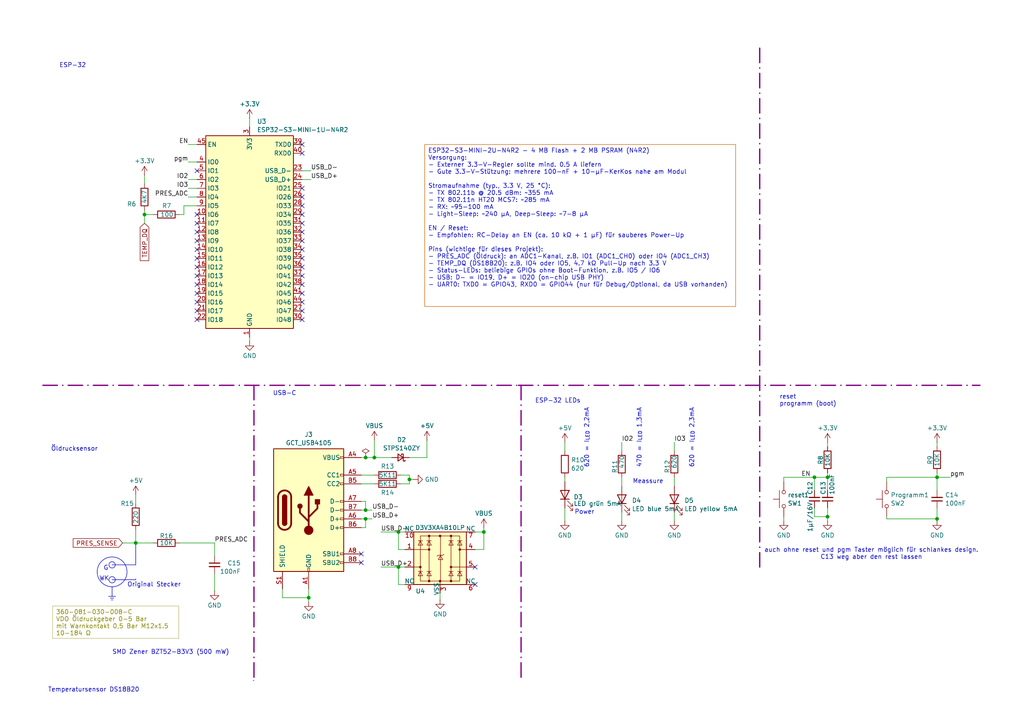
<source format=kicad_sch>
(kicad_sch (version 20250114) (generator "eeschema") (generator_version "9.0")
  (paper "A4")
  (title_block (title "BMW N57 Öldruck und Öltemperatur Anzeige") (date "2025-11-05") (rev "0.2") (comment 1 "ESP32 und Prog. Port"))
  (lib_symbols
    (symbol "Connector:USB_C_Receptacle_USB2.0" (pin_names (offset 1.016))
      (property "Reference" "J" (at -10.16 19.05 0))
      (property "Value" "USB_C_Receptacle_USB2.0" (at 19.05 19.05 0))
      (symbol "USB_C_Receptacle_USB2.0_0_0"
        (rectangle (start -0.254 -17.78) (end 0.254 -16.764))
        (rectangle (start 10.16 15.494) (end 9.144 14.986))
        (rectangle (start 10.16 10.414) (end 9.144 9.906))
        (rectangle (start 10.16 7.874) (end 9.144 7.366))
        (rectangle (start 10.16 2.794) (end 9.144 2.286))
        (rectangle (start 10.16 0.254) (end 9.144 -0.254))
        (rectangle (start 10.16 -2.286) (end 9.144 -2.794))
        (rectangle (start 10.16 -4.826) (end 9.144 -5.334))
        (rectangle (start 10.16 -12.446) (end 9.144 -12.954))
        (rectangle (start 10.16 -14.986) (end 9.144 -15.494))
      )
      (symbol "USB_C_Receptacle_USB2.0_0_1"
        (rectangle (start -10.16 17.78) (end 10.16 -17.78) (stroke (width 0.254)) (fill (type background)))
        (polyline (pts (xy -8.89 -3.81) (xy -8.89 3.81)) (stroke (width 0.508)))
        (rectangle (start -7.62 -3.81) (end -6.35 3.81) (stroke (width 0.254)) (fill (type outline)))
        (arc (start -7.62 3.81) (mid -6.985 4.4423) (end -6.35 3.81) (stroke (width 0.254)))
        (arc (start -7.62 3.81) (mid -6.985 4.4423) (end -6.35 3.81) (stroke (width 0.254)) (fill (type outline)))
        (arc (start -8.89 3.81) (mid -6.985 5.7067) (end -5.08 3.81) (stroke (width 0.508)))
        (arc (start -5.08 -3.81) (mid -6.985 -5.7067) (end -8.89 -3.81) (stroke (width 0.508)))
        (arc (start -6.35 -3.81) (mid -6.985 -4.4423) (end -7.62 -3.81) (stroke (width 0.254)))
        (arc (start -6.35 -3.81) (mid -6.985 -4.4423) (end -7.62 -3.81) (stroke (width 0.254)) (fill (type outline)))
        (polyline (pts (xy -5.08 3.81) (xy -5.08 -3.81)) (stroke (width 0.508)))
        (circle (center -2.54 1.143) (radius 0.635) (stroke (width 0.254)) (fill (type outline)))
        (polyline (pts (xy -1.27 4.318) (xy 0 6.858) (xy 1.27 4.318) (xy -1.27 4.318)) (stroke (width 0.254)) (fill (type outline)))
        (polyline (pts (xy 0 -2.032) (xy 2.54 0.508) (xy 2.54 1.778)) (stroke (width 0.508)))
        (polyline (pts (xy 0 -3.302) (xy -2.54 -0.762) (xy -2.54 0.508)) (stroke (width 0.508)))
        (polyline (pts (xy 0 -5.842) (xy 0 4.318)) (stroke (width 0.508)))
        (circle (center 0 -5.842) (radius 1.27) (fill (type outline)))
        (rectangle (start 1.905 1.778) (end 3.175 3.048) (stroke (width 0.254)) (fill (type outline)))
      )
      (symbol "USB_C_Receptacle_USB2.0_1_1"
        (pin passive line (at -7.62 -22.86 90) (length 5.08) (name "SHIELD") (number "S1"))
        (pin passive line (at 0 -22.86 90) (length 5.08) (name "GND") (number "A1"))
        (pin passive line (at 0 -22.86 90) (length 5.08) (hide yes) (name "GND") (number "A12"))
        (pin passive line (at 0 -22.86 90) (length 5.08) (hide yes) (name "GND") (number "B1"))
        (pin passive line (at 0 -22.86 90) (length 5.08) (hide yes) (name "GND") (number "B12"))
        (pin passive line (at 15.24 15.24 180) (length 5.08) (name "VBUS") (number "A4"))
        (pin passive line (at 15.24 15.24 180) (length 5.08) (hide yes) (name "VBUS") (number "A9"))
        (pin passive line (at 15.24 15.24 180) (length 5.08) (hide yes) (name "VBUS") (number "B4"))
        (pin passive line (at 15.24 15.24 180) (length 5.08) (hide yes) (name "VBUS") (number "B9"))
        (pin bidirectional line (at 15.24 10.16 180) (length 5.08) (name "CC1") (number "A5"))
        (pin bidirectional line (at 15.24 7.62 180) (length 5.08) (name "CC2") (number "B5"))
        (pin bidirectional line (at 15.24 2.54 180) (length 5.08) (name "D-") (number "A7"))
        (pin bidirectional line (at 15.24 0 180) (length 5.08) (name "D-") (number "B7"))
        (pin bidirectional line (at 15.24 -2.54 180) (length 5.08) (name "D+") (number "A6"))
        (pin bidirectional line (at 15.24 -5.08 180) (length 5.08) (name "D+") (number "B6"))
        (pin bidirectional line (at 15.24 -12.7 180) (length 5.08) (name "SBU1") (number "A8"))
        (pin bidirectional line (at 15.24 -15.24 180) (length 5.08) (name "SBU2") (number "B8"))
      )
    )
    (symbol "Device:C_Small" (pin_numbers (hide yes)) (pin_names (offset 0.254) (hide yes))
      (property "Reference" "C" (at 0.254 1.778 0))
      (property "Value" "C_Small" (at 0.254 -2.032 0))
      (symbol "C_Small_0_1"
        (polyline (pts (xy -1.524 0.508) (xy 1.524 0.508)) (stroke (width 0.3048)))
        (polyline (pts (xy -1.524 -0.508) (xy 1.524 -0.508)) (stroke (width 0.3302)))
      )
      (symbol "C_Small_1_1"
        (pin passive line (at 0 2.54 270) (length 2.032) (name "~") (number "1"))
        (pin passive line (at 0 -2.54 90) (length 2.032) (name "~") (number "2"))
      )
    )
    (symbol "Device:D_Schottky_Small" (pin_numbers (hide yes)) (pin_names (offset 0.254) (hide yes))
      (property "Reference" "D" (at -1.27 2.032 0))
      (property "Value" "D_Schottky_Small" (at -7.112 -2.032 0))
      (symbol "D_Schottky_Small_0_1"
        (polyline (pts (xy -1.27 0.762) (xy -1.27 1.016) (xy -0.762 1.016) (xy -0.762 -1.016) (xy -0.254 -1.016) (xy -0.254 -0.762)) (stroke (width 0.254)))
        (polyline (pts (xy -0.762 0) (xy 0.762 0)))
        (polyline (pts (xy 0.762 -1.016) (xy -0.762 0) (xy 0.762 1.016) (xy 0.762 -1.016)) (stroke (width 0.254)))
      )
      (symbol "D_Schottky_Small_1_1"
        (pin passive line (at -2.54 0 0) (length 1.778) (name "K") (number "1"))
        (pin passive line (at 2.54 0 180) (length 1.778) (name "A") (number "2"))
      )
    )
    (symbol "Device:LED" (pin_numbers (hide yes)) (pin_names (offset 1.016) (hide yes))
      (property "Reference" "D" (at 0 2.54 0))
      (property "Value" "LED" (at 0 -2.54 0))
      (symbol "LED_0_1"
        (polyline (pts (xy -3.048 -0.762) (xy -4.572 -2.286) (xy -3.81 -2.286) (xy -4.572 -2.286) (xy -4.572 -1.524)))
        (polyline (pts (xy -1.778 -0.762) (xy -3.302 -2.286) (xy -2.54 -2.286) (xy -3.302 -2.286) (xy -3.302 -1.524)))
        (polyline (pts (xy -1.27 0) (xy 1.27 0)))
        (polyline (pts (xy -1.27 -1.27) (xy -1.27 1.27)) (stroke (width 0.254)))
        (polyline (pts (xy 1.27 -1.27) (xy 1.27 1.27) (xy -1.27 0) (xy 1.27 -1.27)) (stroke (width 0.254)))
      )
      (symbol "LED_1_1"
        (pin passive line (at -3.81 0 0) (length 2.54) (name "K") (number "1"))
        (pin passive line (at 3.81 0 180) (length 2.54) (name "A") (number "2"))
      )
    )
    (symbol "Device:R" (pin_numbers (hide yes)) (pin_names (offset 0))
      (property "Reference" "R" (at 2.032 0 90))
      (property "Value" "R" (at 0 0 90))
      (symbol "R_0_1"
        (rectangle (start -1.016 -2.54) (end 1.016 2.54) (stroke (width 0.254)))
      )
      (symbol "R_1_1"
        (pin passive line (at 0 3.81 270) (length 1.27) (name "~") (number "1"))
        (pin passive line (at 0 -3.81 90) (length 1.27) (name "~") (number "2"))
      )
    )
    (symbol "LED_1" (pin_numbers (hide yes)) (pin_names (offset 1.016) (hide yes))
      (property "Reference" "D" (at 0 2.54 0))
      (property "Value" "LED" (at 0 -2.54 0))
      (symbol "LED_1_0_1"
        (polyline (pts (xy -3.048 -0.762) (xy -4.572 -2.286) (xy -3.81 -2.286) (xy -4.572 -2.286) (xy -4.572 -1.524)))
        (polyline (pts (xy -1.778 -0.762) (xy -3.302 -2.286) (xy -2.54 -2.286) (xy -3.302 -2.286) (xy -3.302 -1.524)))
        (polyline (pts (xy -1.27 0) (xy 1.27 0)))
        (polyline (pts (xy -1.27 -1.27) (xy -1.27 1.27)) (stroke (width 0.254)))
        (polyline (pts (xy 1.27 -1.27) (xy 1.27 1.27) (xy -1.27 0) (xy 1.27 -1.27)) (stroke (width 0.254)))
      )
      (symbol "LED_1_1_1"
        (pin passive line (at -3.81 0 0) (length 2.54) (name "K") (number "1"))
        (pin passive line (at 3.81 0 180) (length 2.54) (name "A") (number "2"))
      )
    )
    (symbol "LED_2" (pin_numbers (hide yes)) (pin_names (offset 1.016) (hide yes))
      (property "Reference" "D" (at 0 2.54 0))
      (property "Value" "LED" (at 0 -2.54 0))
      (symbol "LED_2_0_1"
        (polyline (pts (xy -3.048 -0.762) (xy -4.572 -2.286) (xy -3.81 -2.286) (xy -4.572 -2.286) (xy -4.572 -1.524)))
        (polyline (pts (xy -1.778 -0.762) (xy -3.302 -2.286) (xy -2.54 -2.286) (xy -3.302 -2.286) (xy -3.302 -1.524)))
        (polyline (pts (xy -1.27 0) (xy 1.27 0)))
        (polyline (pts (xy -1.27 -1.27) (xy -1.27 1.27)) (stroke (width 0.254)))
        (polyline (pts (xy 1.27 -1.27) (xy 1.27 1.27) (xy -1.27 0) (xy 1.27 -1.27)) (stroke (width 0.254)))
      )
      (symbol "LED_2_1_1"
        (pin passive line (at -3.81 0 0) (length 2.54) (name "K") (number "1"))
        (pin passive line (at 3.81 0 180) (length 2.54) (name "A") (number "2"))
      )
    )
    (symbol "Switch:SW_Push" (pin_numbers (hide yes)) (pin_names (offset 1.016) (hide yes))
      (property "Reference" "SW" (at 1.27 2.54 0))
      (property "Value" "SW_Push" (at 0 -1.524 0))
      (symbol "SW_Push_0_1"
        (circle (center -2.032 0) (radius 0.508))
        (polyline (pts (xy 0 1.27) (xy 0 3.048)))
        (circle (center 2.032 0) (radius 0.508))
        (polyline (pts (xy 2.54 1.27) (xy -2.54 1.27)))
        (pin passive line (at -5.08 0 0) (length 2.54) (name "1") (number "1"))
        (pin passive line (at 5.08 0 180) (length 2.54) (name "2") (number "2"))
      )
    )
    (symbol "myESP32:ESP32-S3-MINI-1U"
      (property "Reference" "U" (at -11.43 29.21 0))
      (property "Value" "ESP32-S3-MINI-1U" (at 12.7 29.21 0))
      (symbol "ESP32-S3-MINI-1U_0_1"
        (rectangle (start -12.7 27.94) (end 12.7 -27.94) (stroke (width 0.254)) (fill (type background)))
      )
      (symbol "ESP32-S3-MINI-1U_1_1"
        (pin input line (at -15.24 25.4 0) (length 2.54) (name "EN") (number "45"))
        (pin bidirectional line (at -15.24 20.32 0) (length 2.54) (name "IO0") (number "4"))
        (pin bidirectional line (at -15.24 17.78 0) (length 2.54) (name "IO1") (number "5"))
        (pin bidirectional line (at -15.24 15.24 0) (length 2.54) (name "IO2") (number "6"))
        (pin bidirectional line (at -15.24 12.7 0) (length 2.54) (name "IO3") (number "7"))
        (pin bidirectional line (at -15.24 10.16 0) (length 2.54) (name "IO4") (number "8"))
        (pin bidirectional line (at -15.24 7.62 0) (length 2.54) (name "IO5") (number "9"))
        (pin bidirectional line (at -15.24 5.08 0) (length 2.54) (name "IO6") (number "10"))
        (pin bidirectional line (at -15.24 2.54 0) (length 2.54) (name "IO7") (number "11"))
        (pin bidirectional line (at -15.24 0 0) (length 2.54) (name "IO8") (number "12"))
        (pin bidirectional line (at -15.24 -2.54 0) (length 2.54) (name "IO9") (number "13"))
        (pin bidirectional line (at -15.24 -5.08 0) (length 2.54) (name "IO10") (number "14"))
        (pin bidirectional line (at -15.24 -7.62 0) (length 2.54) (name "IO11") (number "15"))
        (pin bidirectional line (at -15.24 -10.16 0) (length 2.54) (name "IO12") (number "16"))
        (pin bidirectional line (at -15.24 -12.7 0) (length 2.54) (name "IO13") (number "17"))
        (pin bidirectional line (at -15.24 -15.24 0) (length 2.54) (name "IO14") (number "18"))
        (pin bidirectional line (at -15.24 -17.78 0) (length 2.54) (name "IO15") (number "19"))
        (pin bidirectional line (at -15.24 -20.32 0) (length 2.54) (name "IO16") (number "20"))
        (pin bidirectional line (at -15.24 -22.86 0) (length 2.54) (name "IO17") (number "21"))
        (pin bidirectional line (at -15.24 -25.4 0) (length 2.54) (name "IO18") (number "22"))
        (pin power_in line (at 0 30.48 270) (length 2.54) (name "3V3") (number "3"))
        (pin power_in line (at 0 -30.48 90) (length 2.54) (name "GND") (number "1"))
        (pin passive line (at 0 -30.48 90) (length 2.54) (hide yes) (name "GND") (number "2"))
        (pin passive line (at 0 -30.48 90) (length 2.54) (hide yes) (name "GND") (number "42"))
        (pin passive line (at 0 -30.48 90) (length 2.54) (hide yes) (name "GND") (number "43"))
        (pin passive line (at 0 -30.48 90) (length 2.54) (hide yes) (name "GND") (number "46"))
        (pin passive line (at 0 -30.48 90) (length 2.54) (hide yes) (name "GND") (number "47"))
        (pin passive line (at 0 -30.48 90) (length 2.54) (hide yes) (name "GND") (number "48"))
        (pin passive line (at 0 -30.48 90) (length 2.54) (hide yes) (name "GND") (number "49"))
        (pin passive line (at 0 -30.48 90) (length 2.54) (hide yes) (name "GND") (number "50"))
        (pin passive line (at 0 -30.48 90) (length 2.54) (hide yes) (name "GND") (number "51"))
        (pin passive line (at 0 -30.48 90) (length 2.54) (hide yes) (name "GND") (number "52"))
        (pin passive line (at 0 -30.48 90) (length 2.54) (hide yes) (name "GND") (number "53"))
        (pin passive line (at 0 -30.48 90) (length 2.54) (hide yes) (name "GND") (number "54"))
        (pin passive line (at 0 -30.48 90) (length 2.54) (hide yes) (name "GND") (number "55"))
        (pin passive line (at 0 -30.48 90) (length 2.54) (hide yes) (name "GND") (number "56"))
        (pin passive line (at 0 -30.48 90) (length 2.54) (hide yes) (name "GND") (number "57"))
        (pin passive line (at 0 -30.48 90) (length 2.54) (hide yes) (name "GND") (number "58"))
        (pin passive line (at 0 -30.48 90) (length 2.54) (hide yes) (name "GND") (number "59"))
        (pin passive line (at 0 -30.48 90) (length 2.54) (hide yes) (name "GND") (number "60"))
        (pin passive line (at 0 -30.48 90) (length 2.54) (hide yes) (name "GND") (number "61"))
        (pin passive line (at 0 -30.48 90) (length 2.54) (hide yes) (name "GND") (number "62"))
        (pin passive line (at 0 -30.48 90) (length 2.54) (hide yes) (name "GND") (number "63"))
        (pin passive line (at 0 -30.48 90) (length 2.54) (hide yes) (name "GND") (number "64"))
        (pin passive line (at 0 -30.48 90) (length 2.54) (hide yes) (name "GND") (number "65"))
        (pin output line (at 15.24 25.4 180) (length 2.54) (name "TXD0") (number "39"))
        (pin input line (at 15.24 22.86 180) (length 2.54) (name "RXD0") (number "40"))
        (pin bidirectional line (at 15.24 17.78 180) (length 2.54) (name "USB_D-") (number "23"))
        (pin bidirectional line (at 15.24 15.24 180) (length 2.54) (name "USB_D+") (number "24"))
        (pin bidirectional line (at 15.24 12.7 180) (length 2.54) (name "IO21") (number "25"))
        (pin bidirectional line (at 15.24 10.16 180) (length 2.54) (name "IO26") (number "26"))
        (pin bidirectional line (at 15.24 7.62 180) (length 2.54) (name "IO33") (number "28"))
        (pin bidirectional line (at 15.24 5.08 180) (length 2.54) (name "IO34") (number "29"))
        (pin bidirectional line (at 15.24 2.54 180) (length 2.54) (name "IO35") (number "31"))
        (pin bidirectional line (at 15.24 0 180) (length 2.54) (name "IO36") (number "32"))
        (pin bidirectional line (at 15.24 -2.54 180) (length 2.54) (name "IO37") (number "33"))
        (pin bidirectional line (at 15.24 -5.08 180) (length 2.54) (name "IO38") (number "34"))
        (pin bidirectional line (at 15.24 -7.62 180) (length 2.54) (name "IO39") (number "35"))
        (pin bidirectional line (at 15.24 -10.16 180) (length 2.54) (name "IO40") (number "36"))
        (pin bidirectional line (at 15.24 -12.7 180) (length 2.54) (name "IO41") (number "37"))
        (pin bidirectional line (at 15.24 -15.24 180) (length 2.54) (name "IO42") (number "38"))
        (pin bidirectional line (at 15.24 -17.78 180) (length 2.54) (name "IO45") (number "41"))
        (pin bidirectional line (at 15.24 -20.32 180) (length 2.54) (name "IO46") (number "44"))
        (pin bidirectional line (at 15.24 -22.86 180) (length 2.54) (name "IO47") (number "27"))
        (pin bidirectional line (at 15.24 -25.4 180) (length 2.54) (name "IO48") (number "30"))
      )
    )
    (symbol "myInterface_USB:D3V3XA4B10LP" (pin_names (offset 0))
      (property "Reference" "U" (at -0.635 8.89 0))
      (property "Value" "D3V3XA4B10LP" (at 8.89 -10.16 0))
      (symbol "D3V3XA4B10LP_0_0"
        (rectangle (start -5.715 6.477) (end 5.715 -6.604))
        (polyline (pts (xy -3.175 -6.604) (xy -3.175 6.477)))
        (polyline (pts (xy 0.127 6.477) (xy 0.127 -6.604)))
        (polyline (pts (xy 3.175 6.477) (xy 3.175 -6.604)))
      )
      (symbol "D3V3XA4B10LP_0_1"
        (polyline (pts (xy -7.747 2.54) (xy -3.175 2.54)))
        (rectangle (start -7.62 7.62) (end 7.62 -7.62) (stroke (width 0.254)) (fill (type background)))
        (polyline (pts (xy -7.62 -2.54) (xy -5.715 -2.54)))
        (circle (center -5.715 -2.54) (radius 0.2794) (fill (type outline)))
        (polyline (pts (xy -5.08 5.08) (xy -6.35 5.08)))
        (polyline (pts (xy -5.08 3.81) (xy -6.35 3.81) (xy -5.715 5.08) (xy -5.08 3.81)))
        (polyline (pts (xy -5.08 -3.81) (xy -6.35 -3.81)))
        (polyline (pts (xy -5.08 -5.08) (xy -6.35 -5.08) (xy -5.715 -3.81) (xy -5.08 -5.08)))
        (circle (center -3.175 6.477) (radius 0.2794) (fill (type outline)))
        (circle (center -3.175 2.54) (radius 0.2794) (fill (type outline)))
        (circle (center -3.175 -6.604) (radius 0.2794) (fill (type outline)))
        (polyline (pts (xy -2.54 5.08) (xy -3.81 5.08)))
        (polyline (pts (xy -2.54 3.81) (xy -3.81 3.81) (xy -3.175 5.08) (xy -2.54 3.81)))
        (polyline (pts (xy -2.54 -3.81) (xy -3.81 -3.81)))
        (polyline (pts (xy -2.54 -5.08) (xy -3.81 -5.08) (xy -3.175 -3.81) (xy -2.54 -5.08)))
        (polyline (pts (xy -0.508 0.889) (xy -0.889 0.635)))
        (circle (center 0 6.477) (radius 0.2794) (fill (type outline)))
        (polyline (pts (xy 0 -6.604) (xy 0 -7.62)))
        (circle (center 0 -6.604) (radius 0.2794) (fill (type outline)))
        (polyline (pts (xy 0.762 0.889) (xy -0.508 0.889)))
        (polyline (pts (xy 0.762 0.889) (xy 1.143 1.143)))
        (polyline (pts (xy 0.762 -0.381) (xy -0.508 -0.381) (xy 0.127 0.889) (xy 0.762 -0.381)))
        (circle (center 3.175 6.477) (radius 0.2794) (fill (type outline)))
        (circle (center 3.175 -2.54) (radius 0.2794) (fill (type outline)))
        (circle (center 3.175 -6.604) (radius 0.2794) (fill (type outline)))
        (polyline (pts (xy 3.81 5.08) (xy 2.54 5.08)))
        (polyline (pts (xy 3.81 3.81) (xy 2.54 3.81) (xy 3.175 5.08) (xy 3.81 3.81)))
        (polyline (pts (xy 3.81 -3.81) (xy 2.54 -3.81)))
        (polyline (pts (xy 3.81 -5.08) (xy 2.54 -5.08) (xy 3.175 -3.81) (xy 3.81 -5.08)))
        (circle (center 5.715 2.54) (radius 0.2794) (fill (type outline)))
        (polyline (pts (xy 6.35 5.08) (xy 5.08 5.08)))
        (polyline (pts (xy 6.35 3.81) (xy 5.08 3.81) (xy 5.715 5.08) (xy 6.35 3.81)))
        (polyline (pts (xy 6.35 -3.81) (xy 5.08 -3.81)))
        (polyline (pts (xy 6.35 -5.08) (xy 5.08 -5.08) (xy 5.715 -3.81) (xy 6.35 -5.08)))
        (polyline (pts (xy 7.62 2.54) (xy 5.715 2.54)))
        (polyline (pts (xy 7.62 -2.54) (xy 3.175 -2.54)))
      )
      (symbol "D3V3XA4B10LP_1_1"
        (pin free line (at -10.16 7.62 0) (length 2.54) (name "NC") (number "10"))
        (pin passive line (at -10.16 2.54 0) (length 2.54) (name "~") (number "1"))
        (pin passive line (at -10.16 -2.54 0) (length 2.54) (name "~") (number "2"))
        (pin free line (at -10.16 -7.62 0) (length 2.54) (name "NC") (number "9"))
        (pin power_in line (at 0 -10.16 90) (length 2.54) (name "VSS") (number "3"))
        (pin passive line (at 0 -12.7 90) (length 5.08) (hide yes) (name "VSS") (number "8"))
        (pin free line (at 10.16 7.62 180) (length 2.54) (name "NC") (number "7"))
        (pin passive line (at 10.16 2.54 180) (length 2.54) (name "~") (number "4"))
        (pin passive line (at 10.16 -2.54 180) (length 2.54) (name "~") (number "5"))
        (pin free line (at 10.16 -7.62 180) (length 2.54) (name "NC") (number "6"))
      )
    )
    (symbol "power:+3.3V" (power) (pin_numbers (hide yes)) (pin_names (offset 0) (hide yes))
      (property "Value" "+3.3V" (at 0 3.556 0))
      (symbol "+3.3V_0_1"
        (polyline (pts (xy -0.762 1.27) (xy 0 2.54)))
        (polyline (pts (xy 0 2.54) (xy 0.762 1.27)))
        (polyline (pts (xy 0 0) (xy 0 2.54)))
      )
      (symbol "+3.3V_1_1"
        (pin power_in line (at 0 0 90) (length 0) (name "~") (number "1"))
      )
    )
    (symbol "power:+5V" (power) (pin_numbers (hide yes)) (pin_names (offset 0) (hide yes))
      (property "Value" "+5V" (at 0 3.556 0))
      (symbol "+5V_0_1"
        (polyline (pts (xy -0.762 1.27) (xy 0 2.54)))
        (polyline (pts (xy 0 2.54) (xy 0.762 1.27)))
        (polyline (pts (xy 0 0) (xy 0 2.54)))
      )
      (symbol "+5V_1_1"
        (pin power_in line (at 0 0 90) (length 0) (name "~") (number "1"))
      )
    )
    (symbol "power:GND" (power) (pin_numbers (hide yes)) (pin_names (offset 0) (hide yes))
      (property "Value" "GND" (at 0 -3.81 0))
      (symbol "GND_0_1"
        (polyline (pts (xy 0 0) (xy 0 -1.27) (xy 1.27 -1.27) (xy 0 -2.54) (xy -1.27 -1.27) (xy 0 -1.27)))
      )
      (symbol "GND_1_1"
        (pin power_in line (at 0 0 270) (length 0) (name "~") (number "1"))
      )
    )
    (symbol "power:PWR_FLAG" (power) (pin_numbers (hide yes)) (pin_names (offset 0) (hide yes))
      (property "Value" "PWR_FLAG" (at 0 3.81 0))
      (symbol "PWR_FLAG_0_0"
        (pin power_out line (at 0 0 90) (length 0) (name "pwr") (number "1"))
      )
      (symbol "PWR_FLAG_0_1"
        (polyline (pts (xy 0 0) (xy 0 1.27) (xy -1.016 1.905) (xy 0 2.54) (xy 1.016 1.905) (xy 0 1.27)))
      )
    )
    (symbol "power:VBUS" (power) (pin_names (offset 0))
      (property "Value" "VBUS" (at 0 3.81 0))
      (symbol "VBUS_0_1"
        (polyline (pts (xy -0.762 1.27) (xy 0 2.54)))
        (polyline (pts (xy 0 2.54) (xy 0.762 1.27)))
        (polyline (pts (xy 0 0) (xy 0 2.54)))
      )
      (symbol "VBUS_1_1"
        (pin power_in line (at 0 0 90) (length 0) (hide yes) (name "VBUS") (number "1"))
      )
    )
  )
  (circle (center 32.512 163.83) (radius 0.9158))
  (circle (center 32.512 168.148) (radius 0.9158))
  (circle (center 32.512 165.862) (radius 4.3255))
  (text "auch ohne reset und pgm Taster möglich für schlankes design.\nC13 weg aber den rest lassen" (at 252.73 160.655 0) (effects (font (size 1.27 1.27))))
  (text "Meassure\n" (at 187.96 139.7 0) (effects (font (size 1.27 1.27))))
  (text "Temperatursensor DS18B20" (at 27.178 200.152 0) (effects (font (size 1.27 1.27))))
  (text "reset\nprogramm (boot)" (at 226.06 116.205 0) (effects (font (size 1.27 1.27)) (justify left)))
  (text "ESP-32" (at 21.082 19.05 0) (effects (font (size 1.27 1.27))))
  (text "620 = I_{LED} 2,2mA" (at 170.18 127 90) (effects (font (size 1.27 1.27))))
  (text "WK" (at 30.226 167.894 0) (effects (font (size 1.27 1.27))))
  (text "Power\n" (at 169.545 148.59 0) (effects (font (size 1.27 1.27))))
  (text "ESP-32 LEDs" (at 161.798 116.332 0) (effects (font (size 1.27 1.27))))
  (text "620 = I_{LED} 2,3mA" (at 200.66 127 90) (effects (font (size 1.27 1.27))))
  (text "SMD Zener BZT52-B3V3 (500 mW)" (at 49.53 189.23 0) (effects (font (size 1.27 1.27))))
  (text "Original Stecker" (at 44.704 169.672 0) (effects (font (size 1.27 1.27))))
  (text "" (at 203.2 139.7 0) (effects (font (size 1.27 1.27))))
  (text "G" (at 30.734 164.846 0) (effects (font (size 1.27 1.27))))
  (text "Öldrucksensor\n" (at 21.59 130.302 0) (effects (font (size 1.27 1.27))))
  (text "470 = I_{LED} 1,3mA" (at 185.42 127 90) (effects (font (size 1.27 1.27))))
  (text "USB-C\n" (at 82.55 114.173 0) (effects (font (size 1.27 1.27))))
  (text_box "ESP32-S3-MINI-2U-N4R2 - 4 MB Flash + 2 MB PSRAM (N4R2)\nVersorgung:\n- Externer 3.3-V-Regler sollte mind. 0.5 A liefern\n- Gute 3.3-V-Stützung: mehrere 100-nF + 10-µF-KerKos nahe am Modul\n\nStromaufnahme (typ., 3.3 V, 25 °C):\n- TX 802.11b @ 20.5 dBm: ~355 mA\n- TX 802.11n HT20 MCS7: ~285 mA\n- RX: ~95-100 mA\n- Light-Sleep: ~240 µA, Deep-Sleep: ~7-8 µA\n\nEN / Reset:\n- Empfohlen: RC-Delay an EN (ca. 10 kΩ + 1 µF) für sauberes Power-Up\n\nPins (wichtige für dieses Projekt):\n- PRES_ADC (Öldruck): an ADC1-Kanal, z.B. IO1 (ADC1_CH0) oder IO4 (ADC1_CH3)\n- TEMP_DQ (DS18B20): z.B. IO4 oder IO5, 4.7 kΩ Pull-Up nach 3.3 V\n- Status-LEDs: beliebige GPIOs ohne Boot-Funktion, z.B. IO5 / IO6\n- USB: D- = IO19, D+ = IO20 (on-chip USB PHY)\n- UART0: TXD0 = GPIO43, RXD0 = GPIO44 (nur für Debug/Optional, da USB vorhanden)" (at 123.19 41.91 0) (size 90.17 46.99) (margins 0.9525 0.9525 0.9525 0.9525) (stroke (width 0.1524) (color 204 102 0 1)) (effects (font (size 1.27 1.27)) (justify left top)))
  (text_box "360-081-030-008-C \nVDO Öldruckgeber 0-5 Bar \nmit Warnkontakt 0,5 Bar M12x1.5\n10-184 Ω" (at 15.24 175.768 0) (size 36.576 9.398) (margins 0.9525 0.9525 0.9525 0.9525) (stroke (width 0.0762) (color 132 132 0 1)) (effects (font (size 1.27 1.27)) (justify left top)))
  (junction (at 118.745 139.065))
  (junction (at 236.22 138.43))
  (junction (at 39.37 157.48))
  (junction (at 108.585 132.715))
  (junction (at 106.045 150.495))
  (junction (at 106.045 132.715))
  (junction (at 89.535 173.355))
  (junction (at 41.91 62.23))
  (junction (at 140.335 154.305))
  (junction (at 115.57 164.465))
  (junction (at 240.03 149.86))
  (junction (at 240.03 138.43))
  (junction (at 271.78 150.495))
  (junction (at 115.57 154.305))
  (junction (at 271.78 138.43))
  (junction (at 106.045 147.955))
  (no_connect (at 87.63 74.93))
  (no_connect (at 104.775 163.195))
  (no_connect (at 57.15 87.63))
  (no_connect (at 57.15 67.31))
  (no_connect (at 87.63 82.55))
  (no_connect (at 87.63 87.63))
  (no_connect (at 87.63 77.47))
  (no_connect (at 87.63 64.77))
  (no_connect (at 87.63 90.17))
  (no_connect (at 57.15 90.17))
  (no_connect (at 137.795 164.465))
  (no_connect (at 57.15 80.01))
  (no_connect (at 57.15 92.71))
  (no_connect (at 87.63 62.23))
  (no_connect (at 57.15 82.55))
  (no_connect (at 104.775 160.655))
  (no_connect (at 57.15 62.23))
  (no_connect (at 57.15 49.53))
  (no_connect (at 87.63 69.85))
  (no_connect (at 57.15 74.93))
  (no_connect (at 87.63 72.39))
  (no_connect (at 87.63 85.09))
  (no_connect (at 87.63 41.91))
  (no_connect (at 87.63 59.69))
  (no_connect (at 87.63 80.01))
  (no_connect (at 87.63 54.61))
  (no_connect (at 87.63 92.71))
  (no_connect (at 57.15 69.85))
  (no_connect (at 57.15 64.77))
  (no_connect (at 137.795 169.545))
  (no_connect (at 87.63 57.15))
  (no_connect (at 57.15 77.47))
  (no_connect (at 87.63 44.45))
  (no_connect (at 57.15 72.39))
  (no_connect (at 57.15 85.09))
  (no_connect (at 87.63 67.31))
  (wire (pts (xy 236.22 149.86) (xy 240.03 149.86)))
  (wire (pts (xy 106.045 132.715) (xy 108.585 132.715)))
  (wire (pts (xy 118.745 137.795) (xy 118.745 139.065)))
  (wire (pts (xy 240.03 128.27) (xy 240.03 129.54)))
  (wire (pts (xy 62.23 166.37) (xy 62.23 171.45)))
  (wire (pts (xy 163.83 139.7) (xy 163.83 138.43)))
  (wire (pts (xy 195.58 148.59) (xy 195.58 151.13)))
  (wire (pts (xy 115.57 154.305) (xy 115.57 159.385)))
  (wire (pts (xy 240.03 147.32) (xy 240.03 149.86)))
  (wire (pts (xy 227.33 139.7) (xy 227.33 138.43)))
  (wire (pts (xy 123.825 127.635) (xy 123.825 132.715)))
  (wire (pts (xy 106.045 153.035) (xy 104.775 153.035)))
  (polyline (pts (xy 39.37 167.894) (xy 39.37 168.148)))
  (wire (pts (xy 104.775 145.415) (xy 106.045 145.415)))
  (wire (pts (xy 104.775 147.955) (xy 106.045 147.955)))
  (wire (pts (xy 52.07 157.48) (xy 62.23 157.48)))
  (wire (pts (xy 227.33 138.43) (xy 236.22 138.43)))
  (wire (pts (xy 257.175 138.43) (xy 271.78 138.43)))
  (wire (pts (xy 81.915 170.815) (xy 81.915 173.355)))
  (wire (pts (xy 240.03 138.43) (xy 240.03 142.24)))
  (wire (pts (xy 106.045 145.415) (xy 106.045 147.955)))
  (wire (pts (xy 106.045 147.955) (xy 107.95 147.955)))
  (wire (pts (xy 195.58 128.27) (xy 195.58 130.81)))
  (wire (pts (xy 115.57 164.465) (xy 115.57 169.545)))
  (polyline (pts (xy 32.512 170.18) (xy 32.512 172.466)))
  (wire (pts (xy 116.205 137.795) (xy 118.745 137.795)))
  (wire (pts (xy 115.57 154.305) (xy 117.475 154.305)))
  (polyline (pts (xy 32.512 163.83) (xy 39.37 163.83)))
  (wire (pts (xy 257.175 150.495) (xy 271.78 150.495)))
  (wire (pts (xy 62.23 161.29) (xy 62.23 157.48)))
  (wire (pts (xy 115.57 164.465) (xy 117.475 164.465)))
  (polyline (pts (xy 32.004 173.482) (xy 33.02 173.482)))
  (polyline (pts (xy 32.258 173.99) (xy 32.766 173.99)))
  (wire (pts (xy 104.775 140.335) (xy 108.585 140.335)))
  (wire (pts (xy 41.91 50.8) (xy 41.91 53.34)))
  (wire (pts (xy 163.83 128.27) (xy 163.83 130.81)))
  (wire (pts (xy 41.91 62.23) (xy 44.45 62.23)))
  (wire (pts (xy 180.34 138.43) (xy 180.34 140.97)))
  (wire (pts (xy 53.34 62.23) (xy 53.34 59.69)))
  (wire (pts (xy 236.22 138.43) (xy 236.22 142.24)))
  (wire (pts (xy 115.57 159.385) (xy 117.475 159.385)))
  (wire (pts (xy 81.915 173.355) (xy 89.535 173.355)))
  (wire (pts (xy 104.775 132.715) (xy 106.045 132.715)))
  (polyline (pts (xy 39.37 157.734) (xy 39.37 163.83)))
  (wire (pts (xy 271.78 150.495) (xy 271.78 151.13)))
  (wire (pts (xy 104.775 150.495) (xy 106.045 150.495)))
  (wire (pts (xy 140.335 153.035) (xy 140.335 154.305)))
  (wire (pts (xy 110.49 154.305) (xy 115.57 154.305)))
  (wire (pts (xy 52.07 62.23) (xy 53.34 62.23)))
  (wire (pts (xy 137.795 154.305) (xy 140.335 154.305)))
  (wire (pts (xy 271.78 128.27) (xy 271.78 129.54)))
  (wire (pts (xy 271.78 147.32) (xy 271.78 150.495)))
  (wire (pts (xy 227.33 149.86) (xy 227.33 151.13)))
  (polyline (pts (xy 32.512 172.466) (xy 32.512 172.974)))
  (wire (pts (xy 53.34 59.69) (xy 57.15 59.69)))
  (wire (pts (xy 116.205 140.335) (xy 118.745 140.335)))
  (wire (pts (xy 110.49 164.465) (xy 115.57 164.465)))
  (wire (pts (xy 108.585 132.715) (xy 113.665 132.715)))
  (polyline (pts (xy 31.496 172.974) (xy 33.528 172.974)))
  (wire (pts (xy 41.91 64.77) (xy 41.91 62.23)))
  (wire (pts (xy 57.15 41.91) (xy 54.61 41.91)))
  (polyline (pts (xy 151.13 111.76) (xy 151.13 196.85)) (stroke (width 0.381) (type dash_dot) (color 132 0 132 1)))
  (wire (pts (xy 39.37 143.51) (xy 39.37 146.05)))
  (wire (pts (xy 271.78 138.43) (xy 275.59 138.43)))
  (wire (pts (xy 54.61 57.15) (xy 57.15 57.15)))
  (wire (pts (xy 180.34 148.59) (xy 180.34 151.13)))
  (wire (pts (xy 90.17 52.07) (xy 87.63 52.07)))
  (wire (pts (xy 240.03 137.16) (xy 240.03 138.43)))
  (wire (pts (xy 271.78 137.16) (xy 271.78 138.43)))
  (wire (pts (xy 89.535 170.815) (xy 89.535 173.355)))
  (wire (pts (xy 140.335 159.385) (xy 137.795 159.385)))
  (wire (pts (xy 39.37 153.67) (xy 39.37 157.48)))
  (wire (pts (xy 106.045 150.495) (xy 106.045 153.035)))
  (wire (pts (xy 54.61 46.99) (xy 57.15 46.99)))
  (wire (pts (xy 106.045 150.495) (xy 107.95 150.495)))
  (wire (pts (xy 54.61 52.07) (xy 57.15 52.07)))
  (wire (pts (xy 236.22 147.32) (xy 236.22 149.86)))
  (wire (pts (xy 240.03 149.86) (xy 240.03 151.13)))
  (wire (pts (xy 257.175 149.86) (xy 257.175 150.495)))
  (wire (pts (xy 118.745 139.065) (xy 120.015 139.065)))
  (wire (pts (xy 35.56 157.48) (xy 39.37 157.48)))
  (polyline (pts (xy 220.345 13.97) (xy 220.345 165.1)) (stroke (width 0.381) (type dash_dot) (color 132 0 132 1)))
  (polyline (pts (xy 150.368 111.76) (xy 284.226 111.76)) (stroke (width 0.381) (type dash_dot) (color 132 0 132 1)))
  (wire (pts (xy 163.83 147.32) (xy 163.83 151.13)))
  (wire (pts (xy 90.17 49.53) (xy 87.63 49.53)))
  (polyline (pts (xy 32.512 168.148) (xy 39.37 168.148)))
  (wire (pts (xy 195.58 138.43) (xy 195.58 140.97)))
  (wire (pts (xy 236.22 138.43) (xy 240.03 138.43)))
  (wire (pts (xy 54.61 54.61) (xy 57.15 54.61)))
  (polyline (pts (xy 73.406 197.358) (xy 73.66 197.358)))
  (wire (pts (xy 89.535 173.355) (xy 89.535 174.625)))
  (wire (pts (xy 115.57 169.545) (xy 117.475 169.545)))
  (wire (pts (xy 72.39 34.29) (xy 72.39 36.83)))
  (wire (pts (xy 39.37 157.48) (xy 44.45 157.48)))
  (wire (pts (xy 180.34 128.27) (xy 180.34 130.81)))
  (wire (pts (xy 108.585 127.635) (xy 108.585 132.715)))
  (polyline (pts (xy 73.66 111.76) (xy 73.66 196.85)) (stroke (width 0.381) (type dash_dot) (color 132 0 132 1)))
  (wire (pts (xy 257.175 138.43) (xy 257.175 139.7)))
  (wire (pts (xy 140.335 154.305) (xy 140.335 159.385)))
  (polyline (pts (xy 12.446 111.76) (xy 149.86 111.76)) (stroke (width 0.381) (type dash_dot) (color 132 0 132 1)))
  (wire (pts (xy 118.745 140.335) (xy 118.745 139.065)))
  (wire (pts (xy 271.78 138.43) (xy 271.78 142.24)))
  (wire (pts (xy 118.745 132.715) (xy 123.825 132.715)))
  (wire (pts (xy 41.91 60.96) (xy 41.91 62.23)))
  (wire (pts (xy 72.39 97.79) (xy 72.39 99.06)))
  (wire (pts (xy 127.635 172.085) (xy 127.635 173.99)))
  (wire (pts (xy 104.775 137.795) (xy 108.585 137.795)))
  (label "USB_D-" (at 90.17 49.53 0))
  (label "IO3" (at 54.61 54.61 180))
  (label "IO3" (at 195.58 128.27 0))
  (label "USB_D+" (at 90.17 52.07 0))
  (label "PRES_ADC" (at 54.61 57.15 180))
  (label "USB_D+" (at 107.95 150.495 0))
  (label "IO2" (at 54.61 52.07 180))
  (label "IO2" (at 180.34 128.27 0))
  (label "USB_D-" (at 110.49 154.305 0))
  (label "USB_D-" (at 107.95 147.955 0))
  (label "pgm" (at 54.61 46.99 180))
  (label "EN" (at 232.41 138.43 0))
  (label "EN" (at 54.61 41.91 180))
  (label "pgm" (at 275.59 138.43 0))
  (label "PRES_ADC" (at 62.23 157.48 0))
  (label "USB_D+" (at 110.49 164.465 0))
  (global_label "PRES_SENSE" (shape input) (at 35.56 157.48 180) (property "Intersheetrefs" "${INTERSHEET_REFS}" (effects (hide yes))))
  (global_label "TEMP_DQ" (shape input) (at 41.91 64.77 270) (property "Intersheetrefs" "${INTERSHEET_REFS}" (effects (hide yes))))
  (symbol (lib_id "power:GND") (at 271.78 151.13 0) (unit 1)
    (property "Reference" "#PWR035" (effects (hide yes)))
    (property "Value" "GND" (at 271.78 155.2631 0))
    (property "Description" "Power symbol creates a global label with name \"GND\" , ground" (effects (hide yes)))
  )
  (symbol (lib_id "power:GND") (at 163.83 151.13 0) (unit 1)
    (property "Reference" "#PWR030" (effects (hide yes)))
    (property "Value" "GND" (at 163.83 155.2631 0))
  )
  (symbol (lib_id "power:GND") (at 120.015 139.065 90) (mirror x) (unit 1)
    (property "Reference" "#PWR028" (effects (hide yes)))
    (property "Value" "GND" (at 123.19 139.065 90) (effects (justify right)))
  )
  (symbol (lib_id "Device:R") (at 195.58 134.62 0) (unit 1)
    (property "Reference" "R12" (at 193.548 133.35 90) (effects (justify right)))
    (property "Value" "620" (at 195.58 132.08 90) (effects (justify right)))
    (property "Footprint" "Resistor_SMD:R_0603_1608Metric" (effects (hide yes)))
    (property "Description" "Resistor" (effects (hide yes)))
    (property "LCSC" "C137695" (effects (hide yes)))
    (property "my_parts_ID" "220" (effects (hide yes)))
  )
  (symbol (lib_id "Device:R") (at 271.78 133.35 0) (unit 1)
    (property "Reference" "R9" (at 269.748 132.08 90) (effects (justify right)))
    (property "Value" "10K" (at 271.78 131.445 90) (effects (justify right)))
    (property "Footprint" "Resistor_SMD:R_0603_1608Metric" (effects (hide yes)))
    (property "Description" "Resistor" (effects (hide yes)))
    (property "LCSC" "C98220" (effects (hide yes)))
    (property "my_parts_ID" "236" (effects (hide yes)))
  )
  (symbol (lib_id "power:VBUS") (at 108.585 127.635 0) (unit 1)
    (property "Reference" "#PWR023" (effects (hide yes)))
    (property "Value" "VBUS" (at 108.585 123.5019 0))
  )
  (symbol (lib_id "Device:R") (at 240.03 133.35 0) (unit 1)
    (property "Reference" "R8" (at 237.998 132.08 90) (effects (justify right)))
    (property "Value" "10K" (at 240.03 131.445 90) (effects (justify right)))
    (property "Footprint" "Resistor_SMD:R_0603_1608Metric" (effects (hide yes)))
    (property "Description" "Resistor" (effects (hide yes)))
    (property "LCSC" "C98220" (effects (hide yes)))
    (property "my_parts_ID" "236" (effects (hide yes)))
  )
  (symbol (lib_id "power:+5V") (at 163.83 128.27 0) (unit 1)
    (property "Reference" "#PWR025" (effects (hide yes)))
    (property "Value" "+5V" (at 163.83 124.1369 0))
    (property "Description" "Power symbol creates a global label with name \"+5V\"" (effects (hide yes)))
  )
  (symbol (lib_id "power:VBUS") (at 140.335 153.035 0) (unit 1)
    (property "Reference" "#PWR036" (effects (hide yes)))
    (property "Value" "VBUS" (at 140.335 148.9019 0))
  )
  (symbol (lib_id "Switch:SW_Push") (at 257.175 144.78 90) (unit 1)
    (property "Reference" "Programm1" (at 258.318 143.5678 90) (effects (justify right)))
    (property "Value" "SW2" (at 258.318 145.9921 90) (effects (justify right)))
    (property "Footprint" "myFoodprints:SW_Push_1P1T_NO_Vertical_Wuerth_434133025816" (effects (hide yes)))
    (property "Description" "SWITCH TACTILE SPST-NO 0.05A 12V" (effects (hide yes)))
    (property "Part Number" "RKB2SJK250SMTR" (effects (hide yes)))
    (property "LCSC" "C2927789" (effects (hide yes)))
    (property "my_parts_ID" "272" (effects (hide yes)))
  )
  (symbol (lib_id "Switch:SW_Push") (at 227.33 144.78 90) (unit 1)
    (property "Reference" "reset1" (at 228.473 143.5678 90) (effects (justify right)))
    (property "Value" "SW1" (at 228.473 145.9921 90) (effects (justify right)))
    (property "Footprint" "myFoodprints:SW_Push_1P1T_NO_Vertical_Wuerth_434133025816" (effects (hide yes)))
    (property "Description" "SWITCH TACTILE SPST-NO 0.05A 12V" (effects (hide yes)))
    (property "Part Number" "RKB2SJK250SMTR" (effects (hide yes)))
    (property "LCSC" "C2927789" (effects (hide yes)))
    (property "my_parts_ID" "272" (effects (hide yes)))
  )
  (symbol (lib_id "myInterface_USB:D3V3XA4B10LP") (at 127.635 161.925 0) (unit 1)
    (property "Reference" "U4" (at 121.92 171.45 0))
    (property "Value" "D3V3XA4B10LP" (at 127.635 153.035 0))
    (property "Footprint" "Package_DFN_QFN:Diodes_UDFN-10_1.0x2.5mm_P0.5mm" (effects (hide yes)))
    (property "Datasheet" "https://www.diodes.com/assets/Datasheets/D3V3XA4B10LP.pdf" (effects (hide yes)))
    (property "Description" "4-Channel Low Capacitance TVS Diode Array, DFN-10" (effects (hide yes)))
    (property "LCSC" "C1980462" (effects (hide yes)))
    (property "Part Number" "D3V3XA4B10LP-7" (effects (hide yes)))
    (property "my_parts_ID" "299" (effects (hide yes)))
  )
  (symbol (lib_id "Device:LED") (at 195.58 144.78 90) (unit 1)
    (property "Reference" "D5" (at 198.501 145.1553 90) (effects (justify right)))
    (property "Value" "LED yellow 5mA" (at 198.501 147.5796 90) (effects (justify right)))
    (property "Footprint" "LED_SMD:LED_0603_1608Metric" (effects (hide yes)))
    (property "Description" "Light emitting diode" (effects (hide yes)))
    (property "LCSC" "C160477" (effects (hide yes)))
    (property "my_parts_ID" "183" (effects (hide yes)))
  )
  (symbol (lib_id "power:GND") (at 62.23 171.45 0) (unit 1)
    (property "Reference" "#PWR037" (effects (hide yes)))
    (property "Value" "GND" (at 62.23 175.5831 0))
    (property "Description" "Power symbol creates a global label with name \"GND\" , ground" (effects (hide yes)))
  )
  (symbol (lib_id "power:GND") (at 72.39 99.06 0) (unit 1)
    (property "Reference" "#PWR022" (effects (hide yes)))
    (property "Value" "GND" (at 72.39 103.1931 0))
    (property "Description" "Power symbol creates a global label with name \"GND\" , ground" (effects (hide yes)))
  )
  (symbol (lib_name "LED_2") (lib_id "Device:LED") (at 180.34 144.78 90) (unit 1)
    (property "Reference" "D4" (at 183.261 145.1553 90) (effects (justify right)))
    (property "Value" "LED blue 5mA" (at 183.261 147.5796 90) (effects (justify right)))
    (property "Footprint" "LED_SMD:LED_0603_1608Metric" (effects (hide yes)))
    (property "Description" "Light emitting diode" (effects (hide yes)))
    (property "LCSC" "C125103" (effects (hide yes)))
    (property "my_parts_ID" "182" (effects (hide yes)))
  )
  (symbol (lib_id "power:+5V") (at 39.37 143.51 0) (unit 1)
    (property "Reference" "#PWR029" (effects (hide yes)))
    (property "Value" "+5V" (at 39.37 139.3769 0))
    (property "Description" "Power symbol creates a global label with name \"+5V\"" (effects (hide yes)))
  )
  (symbol (lib_id "Device:R") (at 163.83 134.62 0) (unit 1)
    (property "Reference" "R10" (at 165.608 133.4079 0) (effects (justify left)))
    (property "Value" "620" (at 165.608 135.8321 0) (effects (justify left)))
    (property "Footprint" "Resistor_SMD:R_0603_1608Metric" (effects (hide yes)))
    (property "LCSC" "C137695" (effects (hide yes)))
    (property "my_parts_ID" "220" (effects (hide yes)))
  )
  (symbol (lib_id "power:+5V") (at 123.825 127.635 0) (unit 1)
    (property "Reference" "#PWR024" (effects (hide yes)))
    (property "Value" "+5V" (at 123.825 123.5019 0))
    (property "Description" "Power symbol creates a global label with name \"+5V\"" (effects (hide yes)))
  )
  (symbol (lib_id "Device:C_Small") (at 240.03 144.78 180) (unit 1)
    (property "Reference" "C13" (at 238.76 143.51 90) (effects (justify right)))
    (property "Value" "100nF" (at 241.3 143.51 90) (effects (justify right)))
    (property "Footprint" "Capacitor_SMD:C_0603_1608Metric" (effects (hide yes)))
    (property "Description" "Unpolarized capacitor, small symbol" (effects (hide yes)))
    (property "LCSC" "C14663" (effects (hide yes)))
    (property "my_parts_ID" "5" (effects (hide yes)))
  )
  (symbol (lib_id "power:PWR_FLAG") (at 106.045 132.715 0) (unit 1)
    (property "Reference" "#FLG05" (effects (hide yes)))
    (property "Value" "PWR_FLAG" (effects (hide yes)))
  )
  (symbol (lib_id "myESP32:ESP32-S3-MINI-1U") (at 72.39 67.31 0) (unit 1)
    (property "Reference" "U3" (at 74.5333 35.2255 0) (effects (justify left)))
    (property "Value" "ESP32-S3-MINI-1U-N4R2" (at 74.5333 37.6498 0) (effects (justify left)))
    (property "Footprint" "ESP32 S3 Mini:ESP32-S2-MINI-1U" (effects (hide yes)))
    (property "Datasheet" "C:\\share\\Elektronik\\ESP8266+ESP32\\ESP_pinout\\esp32-s3-mini-1_mini-1u_datasheet_en.pdf" (effects (hide yes)))
    (property "Description" "RF Module, ESP32-S3 SoC, Wi-Fi 802.11b/g/n, Bluetooth, BLE, 32-bit, 3.3V, SMD, external antenna" (effects (hide yes)))
    (property "LCSC" "C22356044" (effects (hide yes)))
    (property "my_parts_ID" "298" (effects (hide yes)))
  )
  (symbol (lib_id "Device:R") (at 48.26 62.23 270) (mirror x) (unit 1)
    (property "Reference" "R7" (at 46.99 59.69 90) (effects (justify left)))
    (property "Value" "100" (at 46.482 62.23 90) (effects (justify left)))
    (property "Footprint" "Resistor_SMD:R_0603_1608Metric" (effects (hide yes)))
    (property "LCSC" "C105588" (effects (hide yes)))
    (property "my_parts_ID" "200" (effects (hide yes)))
  )
  (symbol (lib_name "LED_1") (lib_id "Device:LED") (at 163.83 143.51 90) (unit 1)
    (property "Reference" "D3" (at 166.37 144.145 90) (effects (justify right)))
    (property "Value" "LED grün 5mA" (at 166.37 146.05 90) (effects (justify right)))
    (property "Footprint" "LED_SMD:LED_0603_1608Metric" (effects (hide yes)))
    (property "Description" "Light emitting diode" (effects (hide yes)))
    (property "LCSC" "C2962098" (effects (hide yes)))
    (property "my_parts_ID" "184" (effects (hide yes)))
  )
  (symbol (lib_id "Device:R") (at 180.34 134.62 0) (unit 1)
    (property "Reference" "R11" (at 178.308 133.35 90) (effects (justify right)))
    (property "Value" "470" (at 180.34 132.08 90) (effects (justify right)))
    (property "Footprint" "Resistor_SMD:R_0603_1608Metric" (effects (hide yes)))
    (property "Description" "Resistor" (effects (hide yes)))
    (property "LCSC" "C114669" (effects (hide yes)))
    (property "my_parts_ID" "216" (effects (hide yes)))
  )
  (symbol (lib_id "power:+3.3V") (at 240.03 128.27 0) (unit 1)
    (property "Reference" "#PWR026" (effects (hide yes)))
    (property "Value" "+3.3V" (at 240.03 124.1369 0))
    (property "Description" "Power symbol creates a global label with name \"+3.3V\"" (effects (hide yes)))
  )
  (symbol (lib_id "power:+3.3V") (at 72.39 34.29 0) (unit 1)
    (property "Reference" "#PWR020" (effects (hide yes)))
    (property "Value" "+3.3V" (at 72.39 30.1569 0))
    (property "Description" "Power symbol creates a global label with name \"+3.3V\"" (effects (hide yes)))
  )
  (symbol (lib_id "power:GND") (at 227.33 151.13 0) (unit 1)
    (property "Reference" "#PWR033" (effects (hide yes)))
    (property "Value" "GND" (at 227.33 155.2631 0))
    (property "Description" "Power symbol creates a global label with name \"GND\" , ground" (effects (hide yes)))
  )
  (symbol (lib_id "Device:R") (at 41.91 57.15 0) (mirror y) (unit 1)
    (property "Reference" "R6" (at 36.83 59.182 0) (effects (justify right)))
    (property "Value" "4K7" (at 41.91 55.118 90) (effects (justify right)))
    (property "Footprint" "Resistor_SMD:R_0603_1608Metric" (effects (hide yes)))
    (property "Description" "Resistor" (effects (hide yes)))
    (property "LCSC" "C99782" (effects (hide yes)))
    (property "my_parts_ID" "246" (effects (hide yes)))
  )
  (symbol (lib_id "power:GND") (at 240.03 151.13 0) (unit 1)
    (property "Reference" "#PWR034" (effects (hide yes)))
    (property "Value" "GND" (at 240.03 155.2631 0))
    (property "Description" "Power symbol creates a global label with name \"GND\" , ground" (effects (hide yes)))
  )
  (symbol (lib_id "Connector:USB_C_Receptacle_USB2.0") (at 89.535 147.955 0) (unit 1)
    (property "Reference" "J3" (at 89.535 126.0307 0))
    (property "Value" "GCT_USB4105" (at 89.535 128.4549 0))
    (property "Footprint" "Connector_USB:USB_C_Receptacle_GCT_USB4105-xx-A_16P_TopMnt_Horizontal" (effects (hide yes)))
    (property "Datasheet" "https://www.usb.org/sites/default/files/documents/usb_type-c.zip" (effects (hide yes)))
    (property "Description" "USB4105-GF-A-120" (effects (hide yes)))
    (property "LCSC" "C5184243" (effects (hide yes)))
    (property "Part Number" "USB4105-GF-A-120" (effects (hide yes)))
    (property "my_parts_ID" "56" (effects (hide yes)))
  )
  (symbol (lib_id "Device:C_Small") (at 62.23 163.83 0) (unit 1)
    (property "Reference" "C15" (at 69.85 163.322 0) (effects (justify right)))
    (property "Value" "100nF" (at 69.85 165.7462 0) (effects (justify right)))
    (property "Footprint" "Capacitor_SMD:C_0603_1608Metric" (effects (hide yes)))
    (property "Description" "Unpolarized capacitor, small symbol" (effects (hide yes)))
    (property "LCSC" "C14663" (effects (hide yes)))
    (property "my_parts_ID" "5" (effects (hide yes)))
  )
  (symbol (lib_id "power:GND") (at 195.58 151.13 0) (unit 1)
    (property "Reference" "#PWR032" (effects (hide yes)))
    (property "Value" "GND" (at 195.58 155.2631 0))
    (property "Description" "Power symbol creates a global label with name \"GND\" , ground" (effects (hide yes)))
  )
  (symbol (lib_id "Device:R") (at 39.37 149.86 180) (unit 1)
    (property "Reference" "R15" (at 38.862 146.05 0) (effects (justify left)))
    (property "Value" "220" (at 39.37 148.082 90) (effects (justify left)))
    (property "Footprint" "Resistor_SMD:R_0603_1608Metric" (effects (hide yes)))
    (property "LCSC" "C107696" (effects (hide yes)))
    (property "my_parts_ID" "207" (effects (hide yes)))
  )
  (symbol (lib_id "Device:C_Small") (at 236.22 144.78 180) (unit 1)
    (property "Reference" "C12" (at 234.95 143.51 90) (effects (justify right)))
    (property "Value" "1μF/16V" (at 234.95 154.305 90) (effects (justify right)))
    (property "Footprint" "Capacitor_SMD:C_0603_1608Metric" (effects (hide yes)))
    (property "Description" "Unpolarized capacitor, small symbol" (effects (hide yes)))
    (property "LCSC" "C5199872" (effects (hide yes)))
    (property "my_parts_ID" "22" (effects (hide yes)))
  )
  (symbol (lib_id "Device:R") (at 112.395 137.795 90) (unit 1)
    (property "Reference" "R13" (at 112.395 135.255 90))
    (property "Value" "5K11" (at 112.395 137.795 90))
    (property "Footprint" "Resistor_SMD:R_0603_1608Metric" (effects (hide yes)))
    (property "LCSC" "C112314" (effects (hide yes)))
    (property "my_parts_ID" "233" (effects (hide yes)))
  )
  (symbol (lib_id "Device:R") (at 48.26 157.48 90) (unit 1)
    (property "Reference" "R16" (at 48.26 155.448 90))
    (property "Value" "10K" (at 48.26 157.48 90))
    (property "Footprint" "Resistor_SMD:R_0603_1608Metric" (effects (hide yes)))
    (property "LCSC" "C107696" (effects (hide yes)))
    (property "my_parts_ID" "207" (effects (hide yes)))
  )
  (symbol (lib_id "power:+3.3V") (at 41.91 50.8 0) (mirror y) (unit 1)
    (property "Reference" "#PWR021" (effects (hide yes)))
    (property "Value" "+3.3V" (at 41.91 46.6669 0))
    (property "Description" "Power symbol creates a global label with name \"+3.3V\"" (effects (hide yes)))
  )
  (symbol (lib_id "power:+3.3V") (at 271.78 128.27 0) (unit 1)
    (property "Reference" "#PWR027" (effects (hide yes)))
    (property "Value" "+3.3V" (at 271.78 124.1369 0))
    (property "Description" "Power symbol creates a global label with name \"+3.3V\"" (effects (hide yes)))
  )
  (symbol (lib_id "Device:R") (at 112.395 140.335 90) (unit 1)
    (property "Reference" "R14" (at 112.395 142.875 90))
    (property "Value" "5K11" (at 112.395 140.335 90))
    (property "Footprint" "Resistor_SMD:R_0603_1608Metric" (effects (hide yes)))
    (property "LCSC" "C112314" (effects (hide yes)))
    (property "my_parts_ID" "233" (effects (hide yes)))
  )
  (symbol (lib_id "power:GND") (at 89.535 174.625 0) (mirror y) (unit 1)
    (property "Reference" "#PWR039" (effects (hide yes)))
    (property "Value" "GND" (at 89.535 178.7581 0))
  )
  (symbol (lib_id "power:GND") (at 180.34 151.13 0) (unit 1)
    (property "Reference" "#PWR031" (effects (hide yes)))
    (property "Value" "GND" (at 180.34 155.2631 0))
    (property "Description" "Power symbol creates a global label with name \"GND\" , ground" (effects (hide yes)))
  )
  (symbol (lib_id "power:GND") (at 127.635 173.99 0) (unit 1)
    (property "Reference" "#PWR038" (effects (hide yes)))
    (property "Value" "GND" (at 127.635 178.1231 0))
  )
  (symbol (lib_id "Device:D_Schottky_Small") (at 116.205 132.715 180) (unit 1)
    (property "Reference" "D2" (at 116.459 127.5545 0))
    (property "Value" "STPS140ZY" (at 116.459 129.9788 0))
    (property "Footprint" "Diode_SMD:D_SOD-123" (effects (hide yes)))
    (property "Description" "Schottky diode, small symbol" (effects (hide yes)))
    (property "LCSC" "C155662" (effects (hide yes)))
    (property "my_parts_ID" "71" (effects (hide yes)))
  )
  (symbol (lib_id "Device:C_Small") (at 271.78 144.78 180) (unit 1)
    (property "Reference" "C14" (at 274.1041 143.5614 0) (effects (justify right)))
    (property "Value" "100nF" (at 274.1041 145.9857 0) (effects (justify right)))
    (property "Footprint" "Capacitor_SMD:C_0603_1608Metric" (effects (hide yes)))
    (property "Description" "Unpolarized capacitor, small symbol" (effects (hide yes)))
    (property "LCSC" "C14663" (effects (hide yes)))
    (property "my_parts_ID" "5" (effects (hide yes)))
  )
)
</source>
